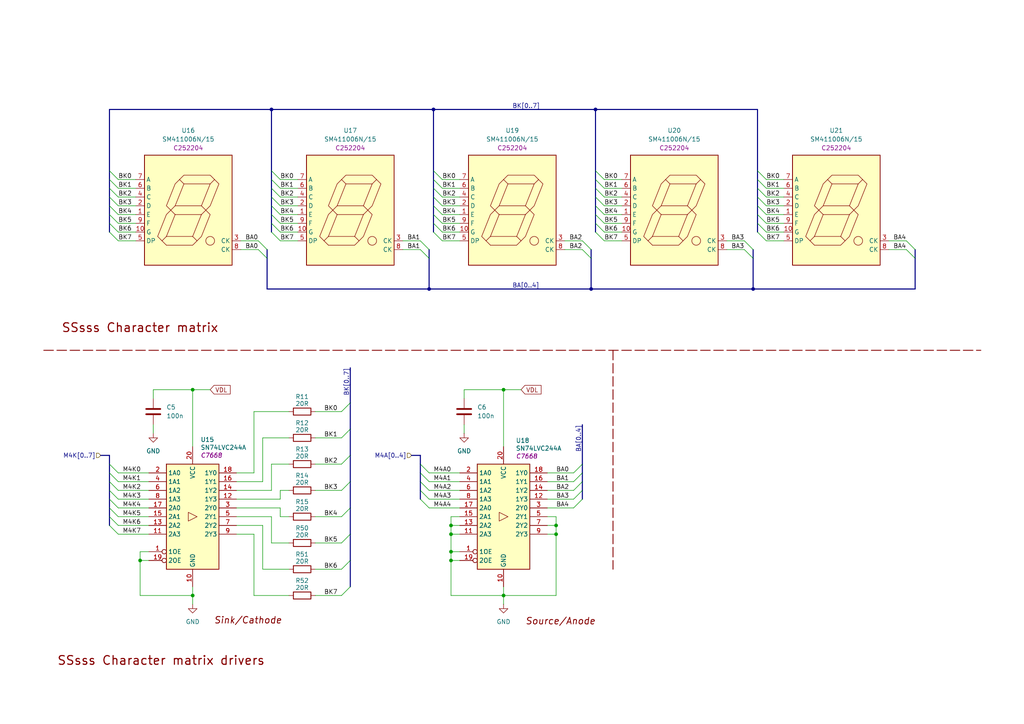
<source format=kicad_sch>
(kicad_sch (version 20250114) (generator "eeschema") (generator_version "9.0")
  (paper "A4")
  (title_block (title "SSsss Character Matrix & Drivers ") (date "2025-10-24") (rev "v0.0") (company "Rajath Katker") (comment 4 "Final verification pending"))
  (lib_symbols
    (symbol "74xx:74AHC244"
      (property "Reference" "U" (at -7.62 16.51 0))
      (property "Value" "74AHC244" (at -7.62 -16.51 0))
      (symbol "74AHC244_1_0"
        (polyline (pts (xy 1.27 0) (xy -1.27 1.27) (xy -1.27 -1.27) (xy 1.27 0)) (stroke (width 0.1524)))
        (pin input line (at -12.7 12.7 0) (length 5.08) (name "1A0") (number "2"))
        (pin input line (at -12.7 10.16 0) (length 5.08) (name "1A1") (number "4"))
        (pin input line (at -12.7 7.62 0) (length 5.08) (name "1A2") (number "6"))
        (pin input line (at -12.7 5.08 0) (length 5.08) (name "1A3") (number "8"))
        (pin input line (at -12.7 2.54 0) (length 5.08) (name "2A0") (number "17"))
        (pin input line (at -12.7 0 0) (length 5.08) (name "2A1") (number "15"))
        (pin input line (at -12.7 -2.54 0) (length 5.08) (name "2A2") (number "13"))
        (pin input line (at -12.7 -5.08 0) (length 5.08) (name "2A3") (number "11"))
        (pin input inverted (at -12.7 -10.16 0) (length 5.08) (name "1OE") (number "1"))
        (pin input inverted (at -12.7 -12.7 0) (length 5.08) (name "2OE") (number "19"))
        (pin power_in line (at 0 20.32 270) (length 5.08) (name "VCC") (number "20"))
        (pin power_in line (at 0 -20.32 90) (length 5.08) (name "GND") (number "10"))
        (pin tri_state line (at 12.7 12.7 180) (length 5.08) (name "1Y0") (number "18"))
        (pin tri_state line (at 12.7 10.16 180) (length 5.08) (name "1Y1") (number "16"))
        (pin tri_state line (at 12.7 7.62 180) (length 5.08) (name "1Y2") (number "14"))
        (pin tri_state line (at 12.7 5.08 180) (length 5.08) (name "1Y3") (number "12"))
        (pin tri_state line (at 12.7 2.54 180) (length 5.08) (name "2Y0") (number "3"))
        (pin tri_state line (at 12.7 0 180) (length 5.08) (name "2Y1") (number "5"))
        (pin tri_state line (at 12.7 -2.54 180) (length 5.08) (name "2Y2") (number "7"))
        (pin tri_state line (at 12.7 -5.08 180) (length 5.08) (name "2Y3") (number "9"))
      )
      (symbol "74AHC244_1_1"
        (rectangle (start -7.62 15.24) (end 7.62 -15.24) (stroke (width 0.254)) (fill (type background)))
      )
    )
    (symbol "Device:C" (pin_numbers (hide yes)) (pin_names (offset 0.254))
      (property "Reference" "C" (at 0.635 2.54 0))
      (property "Value" "C" (at 0.635 -2.54 0))
      (symbol "C_0_1"
        (polyline (pts (xy -2.032 0.762) (xy 2.032 0.762)) (stroke (width 0.508)))
        (polyline (pts (xy -2.032 -0.762) (xy 2.032 -0.762)) (stroke (width 0.508)))
      )
      (symbol "C_1_1"
        (pin passive line (at 0 3.81 270) (length 2.794) (name "~") (number "1"))
        (pin passive line (at 0 -3.81 90) (length 2.794) (name "~") (number "2"))
      )
    )
    (symbol "Device:R" (pin_numbers (hide yes)) (pin_names (offset 0))
      (property "Reference" "R" (at 2.032 0 90))
      (property "Value" "R" (at 0 0 90))
      (symbol "R_0_1"
        (rectangle (start -1.016 -2.54) (end 1.016 2.54) (stroke (width 0.254)))
      )
      (symbol "R_1_1"
        (pin passive line (at 0 3.81 270) (length 1.27) (name "~") (number "1"))
        (pin passive line (at 0 -3.81 90) (length 1.27) (name "~") (number "2"))
      )
    )
    (symbol "power:GND" (power) (pin_numbers (hide yes)) (pin_names (offset 0) (hide yes))
      (property "Value" "GND" (at 0 -3.81 0))
      (symbol "GND_0_1"
        (polyline (pts (xy 0 0) (xy 0 -1.27) (xy 1.27 -1.27) (xy 0 -2.54) (xy -1.27 -1.27) (xy 0 -1.27)))
      )
      (symbol "GND_1_1"
        (pin power_in line (at 0 0 270) (length 0) (name "~") (number "1"))
      )
    )
    (symbol "precision_clock:SM411006N/15"
      (property "Reference" "U" (at 0 21.844 0))
      (property "Value" "SM411006N/15" (at 0 19.812 0))
      (symbol "SM411006N/15_0_1"
        (polyline (pts (xy -7.62 -8.89) (xy -6.35 -7.62)))
        (polyline (pts (xy -7.62 -8.89) (xy -6.35 -10.16)))
        (polyline (pts (xy -6.35 -7.62) (xy -3.81 -1.27)))
        (polyline (pts (xy -6.35 -7.62) (xy 1.27 -7.62)))
        (polyline (pts (xy -6.35 -10.16) (xy 1.27 -10.16) (xy 2.54 -8.89)))
        (polyline (pts (xy -5.08 0) (xy -6.35 -1.27) (xy -8.89 -7.62) (xy -7.62 -8.89)))
        (polyline (pts (xy -3.81 1.27) (xy -5.08 0)))
        (polyline (pts (xy -3.81 1.27) (xy 3.81 1.27)))
        (polyline (pts (xy -3.81 -1.27) (xy -5.08 0)))
        (polyline (pts (xy -3.81 -1.27) (xy 3.81 -1.27)))
        (polyline (pts (xy -2.54 8.89) (xy -3.81 7.62) (xy -6.35 1.27) (xy -5.08 0)))
        (polyline (pts (xy 1.27 -7.62) (xy 2.54 -8.89)))
        (polyline (pts (xy 2.54 -8.89) (xy 3.81 -7.62) (xy 6.35 -1.27) (xy 5.08 0)))
        (polyline (pts (xy 3.81 1.27) (xy 5.08 0)))
        (polyline (pts (xy 3.81 -1.27) (xy 1.27 -7.62)))
        (polyline (pts (xy 5.08 0) (xy 3.81 -1.27)))
        (polyline (pts (xy 5.08 0) (xy 6.35 1.27) (xy 8.89 7.62) (xy 7.62 8.89)))
        (polyline (pts (xy 6.35 7.62) (xy 3.81 1.27)))
        (polyline (pts (xy 6.35 7.62) (xy -1.27 7.62) (xy -3.81 1.27)))
        (polyline (pts (xy 6.35 7.62) (xy 7.62 8.89) (xy 6.35 10.16) (xy -1.27 10.16) (xy -2.54 8.89) (xy -1.27 7.62)))
        (circle (center 6.35 -8.89) (radius 1.27))
      )
      (symbol "SM411006N/15_1_1"
        (rectangle (start -12.7 15.9543) (end 12.7 -15.9544) (stroke (width 0.254)) (fill (type color) (color 255 255 194 1)))
        (pin input line (at -15.24 8.89 0) (length 2.54) (name "A") (number "7"))
        (pin input line (at -15.24 6.35 0) (length 2.54) (name "B") (number "6"))
        (pin input line (at -15.24 3.81 0) (length 2.54) (name "C") (number "4"))
        (pin input line (at -15.24 1.27 0) (length 2.54) (name "D") (number "2"))
        (pin input line (at -15.24 -1.27 0) (length 2.54) (name "E") (number "1"))
        (pin input line (at -15.24 -3.81 0) (length 2.54) (name "F") (number "9"))
        (pin input line (at -15.24 -6.35 0) (length 2.54) (name "G") (number "10"))
        (pin input line (at -15.24 -8.89 0) (length 2.54) (name "DP") (number "5"))
        (pin input line (at 15.24 -8.89 180) (length 2.54) (name "CK") (number "3"))
        (pin input line (at 15.24 -11.43 180) (length 2.54) (name "CK") (number "8"))
      )
    )
  )
  (text "Sink/Cathode " (at 72.644 180.086 0) (effects (font (size 1.905 1.905) (thickness 0.2381) (italic yes))))
  (text "SSsss Character matrix" (at 17.78 95.25 0) (effects (font (size 2.54 2.54) (thickness 0.3175)) (justify left)))
  (text "SSsss Character matrix drivers " (at 16.51 191.77 0) (effects (font (size 2.54 2.54) (thickness 0.3175)) (justify left)))
  (text "Source/Anode" (at 162.56 180.34 0) (effects (font (size 1.905 1.905) (thickness 0.2381) (italic yes))))
  (junction (at 55.88 113.03))
  (junction (at 172.72 31.75))
  (junction (at 125.73 31.75))
  (junction (at 55.88 172.72))
  (junction (at 161.29 152.4))
  (junction (at 146.05 172.72))
  (junction (at 130.81 154.94))
  (junction (at 161.29 154.94))
  (junction (at 130.81 160.02))
  (junction (at 130.81 162.56))
  (junction (at 130.81 152.4))
  (junction (at 40.64 162.56))
  (junction (at 78.74 31.75))
  (junction (at 218.44 83.82))
  (junction (at 146.05 113.03))
  (junction (at 171.45 83.82))
  (junction (at 124.46 83.82))
  (bus_entry (at 31.75 67.31) (size 2.54 2.54))
  (bus_entry (at 172.72 49.53) (size 2.54 2.54))
  (bus_entry (at 101.6 147.32) (size -2.54 2.54))
  (bus_entry (at 218.44 74.93) (size -2.54 -2.54))
  (bus_entry (at 172.72 57.15) (size 2.54 2.54))
  (bus_entry (at 31.75 149.86) (size 2.54 2.54))
  (bus_entry (at 31.75 52.07) (size 2.54 2.54))
  (bus_entry (at 124.46 74.93) (size -2.54 -2.54))
  (bus_entry (at 172.72 67.31) (size 2.54 2.54))
  (bus_entry (at 172.72 62.23) (size 2.54 2.54))
  (bus_entry (at 124.46 72.39) (size -2.54 -2.54))
  (bus_entry (at 31.75 147.32) (size 2.54 2.54))
  (bus_entry (at 101.6 116.84) (size -2.54 2.54))
  (bus_entry (at 78.74 62.23) (size 2.54 2.54))
  (bus_entry (at 31.75 139.7) (size 2.54 2.54))
  (bus_entry (at 31.75 152.4) (size 2.54 2.54))
  (bus_entry (at 168.91 137.16) (size -2.54 2.54))
  (bus_entry (at 31.75 64.77) (size 2.54 2.54))
  (bus_entry (at 101.6 154.94) (size -2.54 2.54))
  (bus_entry (at 78.74 59.69) (size 2.54 2.54))
  (bus_entry (at 31.75 54.61) (size 2.54 2.54))
  (bus_entry (at 78.74 52.07) (size 2.54 2.54))
  (bus_entry (at 219.71 62.23) (size 2.54 2.54))
  (bus_entry (at 31.75 137.16) (size 2.54 2.54))
  (bus_entry (at 125.73 57.15) (size 2.54 2.54))
  (bus_entry (at 78.74 64.77) (size 2.54 2.54))
  (bus_entry (at 101.6 139.7) (size -2.54 2.54))
  (bus_entry (at 77.47 74.93) (size -2.54 -2.54))
  (bus_entry (at 125.73 62.23) (size 2.54 2.54))
  (bus_entry (at 172.72 64.77) (size 2.54 2.54))
  (bus_entry (at 172.72 54.61) (size 2.54 2.54))
  (bus_entry (at 219.71 52.07) (size 2.54 2.54))
  (bus_entry (at 219.71 59.69) (size 2.54 2.54))
  (bus_entry (at 168.91 144.78) (size -2.54 2.54))
  (bus_entry (at 168.91 134.62) (size -2.54 2.54))
  (bus_entry (at 172.72 59.69) (size 2.54 2.54))
  (bus_entry (at 78.74 49.53) (size 2.54 2.54))
  (bus_entry (at 171.45 72.39) (size -2.54 -2.54))
  (bus_entry (at 31.75 49.53) (size 2.54 2.54))
  (bus_entry (at 121.92 144.78) (size 2.54 2.54))
  (bus_entry (at 101.6 162.56) (size -2.54 2.54))
  (bus_entry (at 101.6 170.18) (size -2.54 2.54))
  (bus_entry (at 125.73 59.69) (size 2.54 2.54))
  (bus_entry (at 219.71 49.53) (size 2.54 2.54))
  (bus_entry (at 218.44 72.39) (size -2.54 -2.54))
  (bus_entry (at 125.73 52.07) (size 2.54 2.54))
  (bus_entry (at 31.75 57.15) (size 2.54 2.54))
  (bus_entry (at 125.73 49.53) (size 2.54 2.54))
  (bus_entry (at 219.71 64.77) (size 2.54 2.54))
  (bus_entry (at 172.72 52.07) (size 2.54 2.54))
  (bus_entry (at 101.6 124.46) (size -2.54 2.54))
  (bus_entry (at 219.71 67.31) (size 2.54 2.54))
  (bus_entry (at 77.47 72.39) (size -2.54 -2.54))
  (bus_entry (at 168.91 139.7) (size -2.54 2.54))
  (bus_entry (at 219.71 54.61) (size 2.54 2.54))
  (bus_entry (at 78.74 57.15) (size 2.54 2.54))
  (bus_entry (at 171.45 74.93) (size -2.54 -2.54))
  (bus_entry (at 121.92 134.62) (size 2.54 2.54))
  (bus_entry (at 125.73 67.31) (size 2.54 2.54))
  (bus_entry (at 101.6 132.08) (size -2.54 2.54))
  (bus_entry (at 219.71 57.15) (size 2.54 2.54))
  (bus_entry (at 121.92 137.16) (size 2.54 2.54))
  (bus_entry (at 31.75 134.62) (size 2.54 2.54))
  (bus_entry (at 31.75 142.24) (size 2.54 2.54))
  (bus_entry (at 125.73 54.61) (size 2.54 2.54))
  (bus_entry (at 168.91 142.24) (size -2.54 2.54))
  (bus_entry (at 78.74 67.31) (size 2.54 2.54))
  (bus_entry (at 121.92 139.7) (size 2.54 2.54))
  (bus_entry (at 31.75 59.69) (size 2.54 2.54))
  (bus_entry (at 265.43 72.39) (size -2.54 -2.54))
  (bus_entry (at 265.43 74.93) (size -2.54 -2.54))
  (bus_entry (at 125.73 64.77) (size 2.54 2.54))
  (bus_entry (at 31.75 62.23) (size 2.54 2.54))
  (bus_entry (at 31.75 144.78) (size 2.54 2.54))
  (bus_entry (at 78.74 54.61) (size 2.54 2.54))
  (bus_entry (at 121.92 142.24) (size 2.54 2.54))
  (bus (pts (xy 168.91 137.16) (xy 168.91 139.7)))
  (wire (pts (xy 128.27 62.23) (xy 133.35 62.23)))
  (bus (pts (xy 125.73 49.53) (xy 125.73 52.07)))
  (wire (pts (xy 222.25 52.07) (xy 227.33 52.07)))
  (wire (pts (xy 130.81 149.86) (xy 133.35 149.86)))
  (wire (pts (xy 43.18 160.02) (xy 40.64 160.02)))
  (wire (pts (xy 210.82 69.85) (xy 215.9 69.85)))
  (bus (pts (xy 219.71 52.07) (xy 219.71 54.61)))
  (wire (pts (xy 81.28 67.31) (xy 86.36 67.31)))
  (wire (pts (xy 34.29 147.32) (xy 43.18 147.32)))
  (wire (pts (xy 134.62 115.57) (xy 134.62 113.03)))
  (wire (pts (xy 91.44 149.86) (xy 99.06 149.86)))
  (bus (pts (xy 31.75 147.32) (xy 31.75 149.86)))
  (wire (pts (xy 68.58 137.16) (xy 73.66 137.16)))
  (wire (pts (xy 73.66 154.94) (xy 73.66 172.72)))
  (wire (pts (xy 91.44 157.48) (xy 99.06 157.48)))
  (wire (pts (xy 175.26 67.31) (xy 180.34 67.31)))
  (wire (pts (xy 81.28 57.15) (xy 86.36 57.15)))
  (wire (pts (xy 146.05 170.18) (xy 146.05 172.72)))
  (wire (pts (xy 128.27 64.77) (xy 133.35 64.77)))
  (bus (pts (xy 172.72 59.69) (xy 172.72 62.23)))
  (bus (pts (xy 121.92 134.62) (xy 121.92 137.16)))
  (bus (pts (xy 101.6 154.94) (xy 101.6 162.56)))
  (bus (pts (xy 77.47 74.93) (xy 77.47 83.82)))
  (wire (pts (xy 81.28 62.23) (xy 86.36 62.23)))
  (bus (pts (xy 78.74 57.15) (xy 78.74 59.69)))
  (wire (pts (xy 128.27 54.61) (xy 133.35 54.61)))
  (bus (pts (xy 31.75 144.78) (xy 31.75 147.32)))
  (bus (pts (xy 31.75 134.62) (xy 31.75 137.16)))
  (wire (pts (xy 128.27 69.85) (xy 133.35 69.85)))
  (bus (pts (xy 124.46 74.93) (xy 124.46 83.82)))
  (bus (pts (xy 101.6 162.56) (xy 101.6 170.18)))
  (bus (pts (xy 77.47 83.82) (xy 124.46 83.82)))
  (bus (pts (xy 101.6 124.46) (xy 101.6 132.08)))
  (wire (pts (xy 257.81 72.39) (xy 262.89 72.39)))
  (bus (pts (xy 124.46 72.39) (xy 124.46 74.93)))
  (wire (pts (xy 163.83 69.85) (xy 168.91 69.85)))
  (bus (pts (xy 29.21 132.08) (xy 31.75 132.08)))
  (bus (pts (xy 168.91 139.7) (xy 168.91 142.24)))
  (wire (pts (xy 34.29 152.4) (xy 43.18 152.4)))
  (wire (pts (xy 124.46 144.78) (xy 133.35 144.78)))
  (bus (pts (xy 168.91 142.24) (xy 168.91 144.78)))
  (wire (pts (xy 161.29 172.72) (xy 146.05 172.72)))
  (bus (pts (xy 31.75 62.23) (xy 31.75 64.77)))
  (bus (pts (xy 218.44 74.93) (xy 218.44 83.82)))
  (bus (pts (xy 168.91 123.19) (xy 168.91 134.62)))
  (wire (pts (xy 81.28 69.85) (xy 86.36 69.85)))
  (bus (pts (xy 31.75 59.69) (xy 31.75 62.23)))
  (wire (pts (xy 34.29 69.85) (xy 39.37 69.85)))
  (wire (pts (xy 175.26 54.61) (xy 180.34 54.61)))
  (wire (pts (xy 210.82 72.39) (xy 215.9 72.39)))
  (wire (pts (xy 130.81 162.56) (xy 133.35 162.56)))
  (wire (pts (xy 175.26 52.07) (xy 180.34 52.07)))
  (wire (pts (xy 130.81 172.72) (xy 146.05 172.72)))
  (bus (pts (xy 219.71 49.53) (xy 219.71 52.07)))
  (bus (pts (xy 78.74 59.69) (xy 78.74 62.23)))
  (wire (pts (xy 124.46 139.7) (xy 133.35 139.7)))
  (wire (pts (xy 128.27 59.69) (xy 133.35 59.69)))
  (bus (pts (xy 125.73 62.23) (xy 125.73 64.77)))
  (bus (pts (xy 78.74 52.07) (xy 78.74 54.61)))
  (wire (pts (xy 222.25 69.85) (xy 227.33 69.85)))
  (wire (pts (xy 134.62 113.03) (xy 146.05 113.03)))
  (wire (pts (xy 76.2 127) (xy 83.82 127)))
  (wire (pts (xy 81.28 52.07) (xy 86.36 52.07)))
  (bus (pts (xy 119.38 132.08) (xy 121.92 132.08)))
  (wire (pts (xy 34.29 62.23) (xy 39.37 62.23)))
  (bus (pts (xy 219.71 64.77) (xy 219.71 67.31)))
  (bus (pts (xy 31.75 31.75) (xy 31.75 49.53)))
  (wire (pts (xy 91.44 134.62) (xy 99.06 134.62)))
  (bus (pts (xy 124.46 83.82) (xy 171.45 83.82)))
  (wire (pts (xy 158.75 152.4) (xy 161.29 152.4)))
  (bus (pts (xy 219.71 62.23) (xy 219.71 64.77)))
  (wire (pts (xy 128.27 57.15) (xy 133.35 57.15)))
  (wire (pts (xy 116.84 69.85) (xy 121.92 69.85)))
  (wire (pts (xy 55.88 113.03) (xy 55.88 129.54)))
  (wire (pts (xy 158.75 137.16) (xy 166.37 137.16)))
  (bus (pts (xy 101.6 147.32) (xy 101.6 154.94)))
  (wire (pts (xy 222.25 64.77) (xy 227.33 64.77)))
  (bus (pts (xy 219.71 31.75) (xy 219.71 49.53)))
  (wire (pts (xy 76.2 139.7) (xy 76.2 127)))
  (wire (pts (xy 175.26 69.85) (xy 180.34 69.85)))
  (bus (pts (xy 172.72 31.75) (xy 172.72 49.53)))
  (wire (pts (xy 44.45 115.57) (xy 44.45 113.03)))
  (wire (pts (xy 34.29 54.61) (xy 39.37 54.61)))
  (wire (pts (xy 81.28 147.32) (xy 81.28 149.86)))
  (wire (pts (xy 133.35 160.02) (xy 130.81 160.02)))
  (bus (pts (xy 121.92 142.24) (xy 121.92 144.78)))
  (bus (pts (xy 78.74 62.23) (xy 78.74 64.77)))
  (wire (pts (xy 222.25 59.69) (xy 227.33 59.69)))
  (wire (pts (xy 128.27 67.31) (xy 133.35 67.31)))
  (wire (pts (xy 68.58 142.24) (xy 78.74 142.24)))
  (wire (pts (xy 81.28 142.24) (xy 81.28 144.78)))
  (wire (pts (xy 34.29 149.86) (xy 43.18 149.86)))
  (wire (pts (xy 78.74 134.62) (xy 78.74 142.24)))
  (bus (pts (xy 78.74 64.77) (xy 78.74 67.31)))
  (bus (pts (xy 121.92 137.16) (xy 121.92 139.7)))
  (wire (pts (xy 151.13 113.03) (xy 146.05 113.03)))
  (wire (pts (xy 81.28 142.24) (xy 83.82 142.24)))
  (wire (pts (xy 130.81 160.02) (xy 130.81 154.94)))
  (wire (pts (xy 73.66 119.38) (xy 83.82 119.38)))
  (wire (pts (xy 81.28 64.77) (xy 86.36 64.77)))
  (wire (pts (xy 158.75 149.86) (xy 161.29 149.86)))
  (wire (pts (xy 175.26 62.23) (xy 180.34 62.23)))
  (wire (pts (xy 76.2 152.4) (xy 76.2 165.1)))
  (wire (pts (xy 55.88 170.18) (xy 55.88 172.72)))
  (bus (pts (xy 101.6 106.68) (xy 101.6 116.84)))
  (bus (pts (xy 172.72 62.23) (xy 172.72 64.77)))
  (bus (pts (xy 31.75 31.75) (xy 78.74 31.75)))
  (bus (pts (xy 31.75 142.24) (xy 31.75 144.78)))
  (bus (pts (xy 218.44 72.39) (xy 218.44 74.93)))
  (wire (pts (xy 78.74 157.48) (xy 83.82 157.48)))
  (wire (pts (xy 34.29 154.94) (xy 43.18 154.94)))
  (bus (pts (xy 125.73 64.77) (xy 125.73 67.31)))
  (wire (pts (xy 40.64 160.02) (xy 40.64 162.56)))
  (wire (pts (xy 69.85 72.39) (xy 74.93 72.39)))
  (wire (pts (xy 124.46 137.16) (xy 133.35 137.16)))
  (wire (pts (xy 34.29 142.24) (xy 43.18 142.24)))
  (bus (pts (xy 219.71 59.69) (xy 219.71 62.23)))
  (wire (pts (xy 68.58 152.4) (xy 76.2 152.4)))
  (bus (pts (xy 78.74 31.75) (xy 125.73 31.75)))
  (wire (pts (xy 34.29 59.69) (xy 39.37 59.69)))
  (wire (pts (xy 91.44 142.24) (xy 99.06 142.24)))
  (wire (pts (xy 78.74 149.86) (xy 78.74 157.48)))
  (wire (pts (xy 146.05 172.72) (xy 146.05 175.26)))
  (bus (pts (xy 172.72 49.53) (xy 172.72 52.07)))
  (wire (pts (xy 44.45 113.03) (xy 55.88 113.03)))
  (wire (pts (xy 130.81 154.94) (xy 133.35 154.94)))
  (polyline (pts (xy 12.7 101.6) (xy 284.48 101.6)) (stroke (width 0.254) (type dash) (color 132 0 0 1)))
  (bus (pts (xy 219.71 57.15) (xy 219.71 59.69)))
  (wire (pts (xy 257.81 69.85) (xy 262.89 69.85)))
  (wire (pts (xy 40.64 162.56) (xy 43.18 162.56)))
  (bus (pts (xy 77.47 72.39) (xy 77.47 74.93)))
  (wire (pts (xy 175.26 57.15) (xy 180.34 57.15)))
  (bus (pts (xy 265.43 83.82) (xy 265.43 74.93)))
  (wire (pts (xy 128.27 52.07) (xy 133.35 52.07)))
  (wire (pts (xy 175.26 59.69) (xy 180.34 59.69)))
  (bus (pts (xy 31.75 54.61) (xy 31.75 57.15)))
  (bus (pts (xy 172.72 64.77) (xy 172.72 67.31)))
  (wire (pts (xy 81.28 59.69) (xy 86.36 59.69)))
  (wire (pts (xy 146.05 113.03) (xy 146.05 129.54)))
  (bus (pts (xy 101.6 139.7) (xy 101.6 147.32)))
  (wire (pts (xy 222.25 62.23) (xy 227.33 62.23)))
  (wire (pts (xy 73.66 137.16) (xy 73.66 119.38)))
  (wire (pts (xy 44.45 123.19) (xy 44.45 125.73)))
  (wire (pts (xy 34.29 139.7) (xy 43.18 139.7)))
  (wire (pts (xy 68.58 147.32) (xy 81.28 147.32)))
  (wire (pts (xy 68.58 139.7) (xy 76.2 139.7)))
  (bus (pts (xy 101.6 116.84) (xy 101.6 124.46)))
  (bus (pts (xy 31.75 64.77) (xy 31.75 67.31)))
  (bus (pts (xy 125.73 59.69) (xy 125.73 62.23)))
  (wire (pts (xy 34.29 144.78) (xy 43.18 144.78)))
  (wire (pts (xy 134.62 123.19) (xy 134.62 125.73)))
  (bus (pts (xy 78.74 31.75) (xy 78.74 49.53)))
  (bus (pts (xy 121.92 132.08) (xy 121.92 134.62)))
  (wire (pts (xy 130.81 160.02) (xy 130.81 162.56)))
  (bus (pts (xy 125.73 31.75) (xy 125.73 49.53)))
  (wire (pts (xy 34.29 64.77) (xy 39.37 64.77)))
  (wire (pts (xy 130.81 154.94) (xy 130.81 152.4)))
  (wire (pts (xy 76.2 165.1) (xy 83.82 165.1)))
  (polyline (pts (xy 177.8 101.6) (xy 177.8 165.1)) (stroke (width 0.254) (type dash) (color 132 0 0 1)))
  (wire (pts (xy 222.25 57.15) (xy 227.33 57.15)))
  (bus (pts (xy 172.72 57.15) (xy 172.72 59.69)))
  (wire (pts (xy 34.29 57.15) (xy 39.37 57.15)))
  (bus (pts (xy 125.73 57.15) (xy 125.73 59.69)))
  (bus (pts (xy 125.73 54.61) (xy 125.73 57.15)))
  (wire (pts (xy 69.85 69.85) (xy 74.93 69.85)))
  (wire (pts (xy 158.75 144.78) (xy 166.37 144.78)))
  (wire (pts (xy 161.29 152.4) (xy 161.29 154.94)))
  (bus (pts (xy 125.73 52.07) (xy 125.73 54.61)))
  (wire (pts (xy 34.29 67.31) (xy 39.37 67.31)))
  (wire (pts (xy 130.81 152.4) (xy 130.81 149.86)))
  (wire (pts (xy 60.96 113.03) (xy 55.88 113.03)))
  (bus (pts (xy 121.92 139.7) (xy 121.92 142.24)))
  (wire (pts (xy 68.58 149.86) (xy 78.74 149.86)))
  (bus (pts (xy 125.73 31.75) (xy 172.72 31.75)))
  (wire (pts (xy 81.28 144.78) (xy 68.58 144.78)))
  (bus (pts (xy 31.75 52.07) (xy 31.75 54.61)))
  (wire (pts (xy 78.74 134.62) (xy 83.82 134.62)))
  (wire (pts (xy 158.75 147.32) (xy 166.37 147.32)))
  (wire (pts (xy 40.64 172.72) (xy 55.88 172.72)))
  (bus (pts (xy 219.71 54.61) (xy 219.71 57.15)))
  (bus (pts (xy 101.6 132.08) (xy 101.6 139.7)))
  (bus (pts (xy 265.43 72.39) (xy 265.43 74.93)))
  (wire (pts (xy 91.44 172.72) (xy 99.06 172.72)))
  (bus (pts (xy 168.91 134.62) (xy 168.91 137.16)))
  (wire (pts (xy 175.26 64.77) (xy 180.34 64.77)))
  (bus (pts (xy 31.75 137.16) (xy 31.75 139.7)))
  (bus (pts (xy 218.44 83.82) (xy 265.43 83.82)))
  (wire (pts (xy 130.81 162.56) (xy 130.81 172.72)))
  (bus (pts (xy 171.45 83.82) (xy 218.44 83.82)))
  (bus (pts (xy 172.72 54.61) (xy 172.72 57.15)))
  (wire (pts (xy 161.29 154.94) (xy 161.29 172.72)))
  (bus (pts (xy 31.75 49.53) (xy 31.75 52.07)))
  (wire (pts (xy 222.25 54.61) (xy 227.33 54.61)))
  (bus (pts (xy 31.75 132.08) (xy 31.75 134.62)))
  (bus (pts (xy 172.72 31.75) (xy 219.71 31.75)))
  (bus (pts (xy 172.72 52.07) (xy 172.72 54.61)))
  (wire (pts (xy 55.88 172.72) (xy 55.88 175.26)))
  (bus (pts (xy 171.45 72.39) (xy 171.45 74.93)))
  (wire (pts (xy 81.28 54.61) (xy 86.36 54.61)))
  (wire (pts (xy 124.46 142.24) (xy 133.35 142.24)))
  (wire (pts (xy 116.84 72.39) (xy 121.92 72.39)))
  (bus (pts (xy 31.75 149.86) (xy 31.75 152.4)))
  (wire (pts (xy 161.29 149.86) (xy 161.29 152.4)))
  (bus (pts (xy 31.75 139.7) (xy 31.75 142.24)))
  (wire (pts (xy 91.44 165.1) (xy 99.06 165.1)))
  (wire (pts (xy 91.44 119.38) (xy 99.06 119.38)))
  (bus (pts (xy 78.74 54.61) (xy 78.74 57.15)))
  (wire (pts (xy 91.44 127) (xy 99.06 127)))
  (bus (pts (xy 171.45 74.93) (xy 171.45 83.82)))
  (wire (pts (xy 222.25 67.31) (xy 227.33 67.31)))
  (wire (pts (xy 73.66 154.94) (xy 68.58 154.94)))
  (wire (pts (xy 124.46 147.32) (xy 133.35 147.32)))
  (wire (pts (xy 158.75 142.24) (xy 166.37 142.24)))
  (wire (pts (xy 158.75 139.7) (xy 166.37 139.7)))
  (bus (pts (xy 78.74 49.53) (xy 78.74 52.07)))
  (wire (pts (xy 163.83 72.39) (xy 168.91 72.39)))
  (wire (pts (xy 73.66 172.72) (xy 83.82 172.72)))
  (wire (pts (xy 34.29 52.07) (xy 39.37 52.07)))
  (wire (pts (xy 34.29 137.16) (xy 43.18 137.16)))
  (wire (pts (xy 40.64 162.56) (xy 40.64 172.72)))
  (wire (pts (xy 158.75 154.94) (xy 161.29 154.94)))
  (wire (pts (xy 81.28 149.86) (xy 83.82 149.86)))
  (wire (pts (xy 130.81 152.4) (xy 133.35 152.4)))
  (bus (pts (xy 31.75 57.15) (xy 31.75 59.69)))
  (label "BK0" (at 93.98 119.38 0))
  (label "BK1" (at 81.28 54.61 0))
  (label "BA0" (at 71.12 72.39 0))
  (label "BK4" (at 175.26 62.23 0))
  (label "M4A3" (at 125.73 144.78 0))
  (label "BK3" (at 93.98 142.24 0))
  (label "BK5" (at 222.25 64.77 0))
  (label "BK2" (at 128.27 57.15 0))
  (label "BK6" (at 93.98 165.1 0))
  (label "BK0" (at 128.27 52.07 0))
  (label "BK4" (at 222.25 62.23 0))
  (label "M4K6" (at 35.56 152.4 0))
  (label "BK[0..7]" (at 101.6 106.68 270))
  (label "BK6" (at 222.25 67.31 0))
  (label "BK3" (at 34.29 59.69 0))
  (label "BK5" (at 175.26 64.77 0))
  (label "BK[0..7]" (at 148.59 31.75 0))
  (label "BK7" (at 93.98 172.72 0))
  (label "BK4" (at 93.98 149.86 0))
  (label "BA1" (at 118.11 72.39 0))
  (label "BA[0..4]" (at 148.59 83.82 0))
  (label "BK0" (at 81.28 52.07 0))
  (label "BA4" (at 259.08 69.85 0))
  (label "BK1" (at 175.26 54.61 0))
  (label "BK2" (at 222.25 57.15 0))
  (label "BK6" (at 34.29 67.31 0))
  (label "BA2" (at 165.1 72.39 0))
  (label "BK2" (at 34.29 57.15 0))
  (label "BK2" (at 81.28 57.15 0))
  (label "BA1" (at 161.29 139.7 0))
  (label "BK6" (at 175.26 67.31 0))
  (label "BA3" (at 212.09 72.39 0))
  (label "BA2" (at 165.1 69.85 0))
  (label "BK7" (at 175.26 69.85 0))
  (label "BK2" (at 175.26 57.15 0))
  (label "BK7" (at 222.25 69.85 0))
  (label "M4K3" (at 35.56 144.78 0))
  (label "BA0" (at 161.29 137.16 0))
  (label "BK1" (at 128.27 54.61 0))
  (label "BK3" (at 81.28 59.69 0))
  (label "BK1" (at 93.98 127 0))
  (label "M4A1" (at 125.73 139.7 0))
  (label "BA[0..4]" (at 168.91 123.19 270))
  (label "BK0" (at 222.25 52.07 0))
  (label "BA0" (at 71.12 69.85 0))
  (label "BK5" (at 34.29 64.77 0))
  (label "BK1" (at 34.29 54.61 0))
  (label "BK1" (at 222.25 54.61 0))
  (label "BK7" (at 34.29 69.85 0))
  (label "BK4" (at 128.27 62.23 0))
  (label "BK4" (at 34.29 62.23 0))
  (label "BK2" (at 93.98 134.62 0))
  (label "BK5" (at 81.28 64.77 0))
  (label "BK4" (at 81.28 62.23 0))
  (label "BK5" (at 93.98 157.48 0))
  (label "BA4" (at 161.29 147.32 0))
  (label "BA3" (at 161.29 144.78 0))
  (label "M4A0" (at 125.73 137.16 0))
  (label "BK3" (at 222.25 59.69 0))
  (label "M4A2" (at 125.73 142.24 0))
  (label "BA1" (at 118.11 69.85 0))
  (label "M4A4" (at 125.73 147.32 0))
  (label "M4K2" (at 35.56 142.24 0))
  (label "M4K7" (at 35.56 154.94 0))
  (label "BK3" (at 128.27 59.69 0))
  (label "M4K5" (at 35.56 149.86 0))
  (label "BK5" (at 128.27 64.77 0))
  (label "BK0" (at 175.26 52.07 0))
  (label "BK6" (at 81.28 67.31 0))
  (label "BK7" (at 128.27 69.85 0))
  (label "BK6" (at 128.27 67.31 0))
  (label "BK3" (at 175.26 59.69 0))
  (label "BK0" (at 34.29 52.07 0))
  (label "M4K1" (at 35.56 139.7 0))
  (label "BK7" (at 81.28 69.85 0))
  (label "M4K0" (at 35.56 137.16 0))
  (label "BA4" (at 259.08 72.39 0))
  (label "BA2" (at 161.29 142.24 0))
  (label "BA3" (at 212.09 69.85 0))
  (label "M4K4" (at 35.56 147.32 0))
  (global_label "VDL" (shape input) (at 60.96 113.03 0) (property "Intersheetrefs" "${INTERSHEET_REFS}" (effects (hide yes))))
  (global_label "VDL" (shape input) (at 151.13 113.03 0) (property "Intersheetrefs" "${INTERSHEET_REFS}" (effects (hide yes))))
  (hierarchical_label "M4K[0..7]" (shape input) (at 29.21 132.08 180))
  (hierarchical_label "M4A[0..4]" (shape input) (at 119.38 132.08 180))
  (symbol (lib_id "74xx:74AHC244") (at 55.88 149.86 0) (unit 1)
    (property "Reference" "U15" (at 58.166 127.508 0) (effects (justify left)))
    (property "Value" "SN74LVC244A" (at 58.166 129.794 0) (effects (justify left)))
    (property "Footprint" "Package_SO:TSSOP-20_4.4x6.5mm_P0.65mm" (effects (hide yes)))
    (property "Datasheet" "https://jlcpcb.com/api/file/downloadByFileSystemAccessId/8579714871891714048" (effects (hide yes)))
    (property "Description" "8-bit Buffer/Line Driver 3-state" (effects (hide yes)))
    (property "LCSC" "C7668" (at 58.166 132.08 0) (effects (font (italic yes)) (justify left)))
  )
  (symbol (lib_id "Device:R") (at 87.63 157.48 90) (unit 1)
    (property "Reference" "R50" (at 87.63 153.162 90))
    (property "Value" "20R" (at 87.63 155.194 90))
    (property "Description" "Resistor" (effects (hide yes)))
  )
  (symbol (lib_id "precision_clock:SM411006N/15") (at 195.58 60.96 0) (unit 1)
    (property "Reference" "U20" (at 195.58 37.846 0))
    (property "Value" "SM411006N/15" (at 195.58 40.386 0))
    (property "Footprint" "precision_clock:SM411006N15" (effects (hide yes)))
    (property "Datasheet" "https://www.lcsc.com/datasheet/C252204.pdf" (effects (hide yes)))
    (property "Description" "25.4 mm (1.0 inch) Single Digit Numeric Display" (effects (hide yes)))
    (property "LCSC" "C252204" (at 195.58 42.926 0))
  )
  (symbol (lib_id "74xx:74AHC244") (at 146.05 149.86 0) (unit 1)
    (property "Reference" "U18" (at 149.606 127.762 0) (effects (justify left)))
    (property "Value" "SN74LVC244A" (at 149.606 130.048 0) (effects (justify left)))
    (property "Footprint" "Package_SO:TSSOP-20_4.4x6.5mm_P0.65mm" (effects (hide yes)))
    (property "Datasheet" "https://jlcpcb.com/api/file/downloadByFileSystemAccessId/8579714871891714048" (effects (hide yes)))
    (property "Description" "8-bit Buffer/Line Driver 3-state" (effects (hide yes)))
    (property "LCSC" "C7668" (at 149.606 132.334 0) (effects (font (italic yes)) (justify left)))
  )
  (symbol (lib_id "Device:R") (at 87.63 127 90) (unit 1)
    (property "Reference" "R12" (at 87.63 122.682 90))
    (property "Value" "20R" (at 87.63 124.714 90))
    (property "Description" "Resistor" (effects (hide yes)))
  )
  (symbol (lib_id "power:GND") (at 134.62 125.73 0) (unit 1)
    (property "Reference" "#PWR011" (effects (hide yes)))
    (property "Value" "GND" (at 134.62 130.81 0))
    (property "Description" "Power symbol creates a global label with name \"GND\" , ground" (effects (hide yes)))
  )
  (symbol (lib_id "Device:C") (at 44.45 119.38 0) (unit 1)
    (property "Reference" "C5" (at 48.26 118.1099 0) (effects (justify left)))
    (property "Value" "100n" (at 48.26 120.6499 0) (effects (justify left)))
    (property "Description" "Unpolarized capacitor" (effects (hide yes)))
  )
  (symbol (lib_id "Device:R") (at 87.63 165.1 90) (unit 1)
    (property "Reference" "R51" (at 87.63 160.782 90))
    (property "Value" "20R" (at 87.63 162.814 90))
    (property "Description" "Resistor" (effects (hide yes)))
  )
  (symbol (lib_id "precision_clock:SM411006N/15") (at 148.59 60.96 0) (unit 1)
    (property "Reference" "U19" (at 148.59 37.846 0))
    (property "Value" "SM411006N/15" (at 148.59 40.386 0))
    (property "Footprint" "precision_clock:SM411006N15" (effects (hide yes)))
    (property "Datasheet" "https://www.lcsc.com/datasheet/C252204.pdf" (effects (hide yes)))
    (property "Description" "25.4 mm (1.0 inch) Single Digit Numeric Display" (effects (hide yes)))
    (property "LCSC" "C252204" (at 148.59 42.926 0))
  )
  (symbol (lib_id "power:GND") (at 55.88 175.26 0) (unit 1)
    (property "Reference" "#PWR010" (effects (hide yes)))
    (property "Value" "GND" (at 55.88 180.34 0))
    (property "Description" "Power symbol creates a global label with name \"GND\" , ground" (effects (hide yes)))
  )
  (symbol (lib_id "Device:R") (at 87.63 119.38 90) (unit 1)
    (property "Reference" "R11" (at 87.63 115.062 90))
    (property "Value" "20R" (at 87.63 117.094 90))
    (property "Description" "Resistor" (effects (hide yes)))
  )
  (symbol (lib_id "precision_clock:SM411006N/15") (at 242.57 60.96 0) (unit 1)
    (property "Reference" "U21" (at 242.57 37.846 0))
    (property "Value" "SM411006N/15" (at 242.57 40.386 0))
    (property "Footprint" "precision_clock:SM411006N15" (effects (hide yes)))
    (property "Datasheet" "https://www.lcsc.com/datasheet/C252204.pdf" (effects (hide yes)))
    (property "Description" "25.4 mm (1.0 inch) Single Digit Numeric Display" (effects (hide yes)))
    (property "LCSC" "C252204" (at 242.57 42.926 0))
  )
  (symbol (lib_id "precision_clock:SM411006N/15") (at 101.6 60.96 0) (unit 1)
    (property "Reference" "U17" (at 101.6 37.846 0))
    (property "Value" "SM411006N/15" (at 101.6 40.386 0))
    (property "Footprint" "precision_clock:SM411006N15" (effects (hide yes)))
    (property "Datasheet" "https://www.lcsc.com/datasheet/C252204.pdf" (effects (hide yes)))
    (property "Description" "25.4 mm (1.0 inch) Single Digit Numeric Display" (effects (hide yes)))
    (property "LCSC" "C252204" (at 101.6 42.926 0))
  )
  (symbol (lib_id "Device:R") (at 87.63 149.86 90) (unit 1)
    (property "Reference" "R15" (at 87.63 145.542 90))
    (property "Value" "20R" (at 87.63 147.574 90))
    (property "Description" "Resistor" (effects (hide yes)))
  )
  (symbol (lib_id "power:GND") (at 146.05 175.26 0) (unit 1)
    (property "Reference" "#PWR012" (effects (hide yes)))
    (property "Value" "GND" (at 146.05 180.34 0))
    (property "Description" "Power symbol creates a global label with name \"GND\" , ground" (effects (hide yes)))
  )
  (symbol (lib_id "precision_clock:SM411006N/15") (at 54.61 60.96 0) (unit 1)
    (property "Reference" "U16" (at 54.61 37.846 0))
    (property "Value" "SM411006N/15" (at 54.61 40.386 0))
    (property "Footprint" "precision_clock:SM411006N15" (effects (hide yes)))
    (property "Datasheet" "https://www.lcsc.com/datasheet/C252204.pdf" (effects (hide yes)))
    (property "Description" "25.4 mm (1.0 inch) Single Digit Numeric Display" (effects (hide yes)))
    (property "LCSC" "C252204" (at 54.61 42.926 0))
  )
  (symbol (lib_id "Device:R") (at 87.63 172.72 90) (unit 1)
    (property "Reference" "R52" (at 87.63 168.402 90))
    (property "Value" "20R" (at 87.63 170.434 90))
    (property "Description" "Resistor" (effects (hide yes)))
  )
  (symbol (lib_id "Device:R") (at 87.63 134.62 90) (unit 1)
    (property "Reference" "R13" (at 87.63 130.302 90))
    (property "Value" "20R" (at 87.63 132.334 90))
    (property "Description" "Resistor" (effects (hide yes)))
  )
  (symbol (lib_id "Device:C") (at 134.62 119.38 0) (unit 1)
    (property "Reference" "C6" (at 138.43 118.1099 0) (effects (justify left)))
    (property "Value" "100n" (at 138.43 120.6499 0) (effects (justify left)))
    (property "Description" "Unpolarized capacitor" (effects (hide yes)))
  )
  (symbol (lib_id "power:GND") (at 44.45 125.73 0) (unit 1)
    (property "Reference" "#PWR09" (effects (hide yes)))
    (property "Value" "GND" (at 44.45 130.81 0))
    (property "Description" "Power symbol creates a global label with name \"GND\" , ground" (effects (hide yes)))
  )
  (symbol (lib_id "Device:R") (at 87.63 142.24 90) (unit 1)
    (property "Reference" "R14" (at 87.63 137.922 90))
    (property "Value" "20R" (at 87.63 139.954 90))
    (property "Description" "Resistor" (effects (hide yes)))
  )
)
</source>
